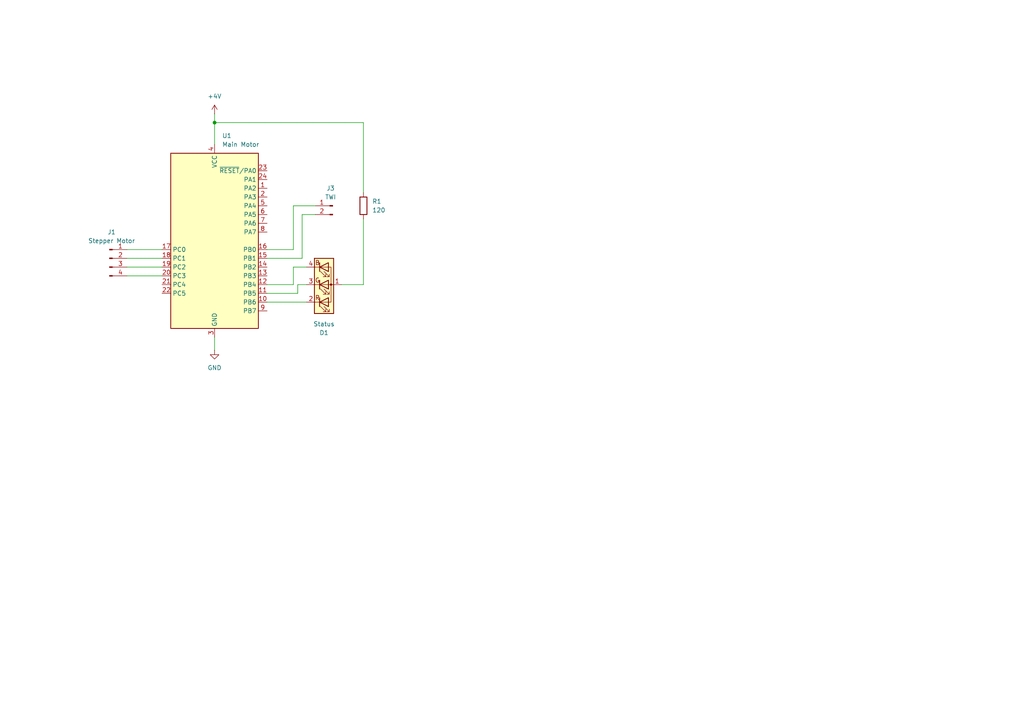
<source format=kicad_sch>
(kicad_sch (version 20231120) (generator "eeschema") (generator_version "8.0")
  (paper "A4")
  (lib_symbols
    (symbol "Connector:Conn_01x02_Pin" (pin_names (offset 1.016) hide)
      (property "Reference" "J" (at 0 2.54 0))
      (property "Value" "Conn_01x02_Pin" (at 0 -5.08 0))
      (symbol "Conn_01x02_Pin_1_1"
        (polyline (pts (xy 1.27 -2.54) (xy 0.8636 -2.54)) (stroke (width 0.1524)))
        (polyline (pts (xy 1.27 0) (xy 0.8636 0)) (stroke (width 0.1524)))
        (rectangle (start 0.8636 -2.413) (end 0 -2.667) (stroke (width 0.1524)) (fill (type outline)))
        (rectangle (start 0.8636 0.127) (end 0 -0.127) (stroke (width 0.1524)) (fill (type outline)))
        (pin passive line (at 5.08 0 180) (length 3.81) (name "Pin_1") (number "1"))
        (pin passive line (at 5.08 -2.54 180) (length 3.81) (name "Pin_2") (number "2"))
      )
    )
    (symbol "Connector:Conn_01x04_Pin" (pin_names (offset 1.016) hide)
      (property "Reference" "J" (at 0 5.08 0))
      (property "Value" "Conn_01x04_Pin" (at 0 -7.62 0))
      (symbol "Conn_01x04_Pin_1_1"
        (polyline (pts (xy 1.27 -5.08) (xy 0.8636 -5.08)) (stroke (width 0.1524)))
        (polyline (pts (xy 1.27 -2.54) (xy 0.8636 -2.54)) (stroke (width 0.1524)))
        (polyline (pts (xy 1.27 0) (xy 0.8636 0)) (stroke (width 0.1524)))
        (polyline (pts (xy 1.27 2.54) (xy 0.8636 2.54)) (stroke (width 0.1524)))
        (rectangle (start 0.8636 -4.953) (end 0 -5.207) (stroke (width 0.1524)) (fill (type outline)))
        (rectangle (start 0.8636 -2.413) (end 0 -2.667) (stroke (width 0.1524)) (fill (type outline)))
        (rectangle (start 0.8636 0.127) (end 0 -0.127) (stroke (width 0.1524)) (fill (type outline)))
        (rectangle (start 0.8636 2.667) (end 0 2.413) (stroke (width 0.1524)) (fill (type outline)))
        (pin passive line (at 5.08 2.54 180) (length 3.81) (name "Pin_1") (number "1"))
        (pin passive line (at 5.08 0 180) (length 3.81) (name "Pin_2") (number "2"))
        (pin passive line (at 5.08 -2.54 180) (length 3.81) (name "Pin_3") (number "3"))
        (pin passive line (at 5.08 -5.08 180) (length 3.81) (name "Pin_4") (number "4"))
      )
    )
    (symbol "Device:LED_ARGB" (pin_names (offset 0) hide)
      (property "Reference" "D" (at 0 9.398 0))
      (property "Value" "LED_ARGB" (at 0 -8.89 0))
      (symbol "LED_ARGB_0_0"
        (text "B" (at -1.905 -6.35 0) (effects (font (size 1.27 1.27))))
        (text "G" (at -1.905 -1.27 0) (effects (font (size 1.27 1.27))))
        (text "R" (at -1.905 3.81 0) (effects (font (size 1.27 1.27))))
      )
      (symbol "LED_ARGB_0_1"
        (polyline (pts (xy -1.27 -5.08) (xy -2.54 -5.08)))
        (polyline (pts (xy -1.27 -5.08) (xy 1.27 -5.08)))
        (polyline (pts (xy -1.27 -3.81) (xy -1.27 -6.35)) (stroke (width 0.254)))
        (polyline (pts (xy -1.27 0) (xy -2.54 0)))
        (polyline (pts (xy -1.27 1.27) (xy -1.27 -1.27)) (stroke (width 0.254)))
        (polyline (pts (xy -1.27 5.08) (xy -2.54 5.08)))
        (polyline (pts (xy -1.27 5.08) (xy 1.27 5.08)))
        (polyline (pts (xy -1.27 6.35) (xy -1.27 3.81)) (stroke (width 0.254)))
        (polyline (pts (xy 1.27 0) (xy -1.27 0)))
        (polyline (pts (xy 1.27 0) (xy 2.54 0)))
        (polyline (pts (xy -1.27 1.27) (xy -1.27 -1.27) (xy -1.27 -1.27)))
        (polyline (pts (xy -1.27 6.35) (xy -1.27 3.81) (xy -1.27 3.81)))
        (polyline (pts (xy 1.27 -5.08) (xy 2.032 -5.08) (xy 2.032 5.08) (xy 1.27 5.08)))
        (polyline (pts (xy 1.27 -3.81) (xy 1.27 -6.35) (xy -1.27 -5.08) (xy 1.27 -3.81)) (stroke (width 0.254)))
        (polyline (pts (xy 1.27 1.27) (xy 1.27 -1.27) (xy -1.27 0) (xy 1.27 1.27)) (stroke (width 0.254)))
        (polyline (pts (xy 1.27 6.35) (xy 1.27 3.81) (xy -1.27 5.08) (xy 1.27 6.35)) (stroke (width 0.254)))
        (polyline (pts (xy -1.016 -3.81) (xy 0.508 -2.286) (xy -0.254 -2.286) (xy 0.508 -2.286) (xy 0.508 -3.048)))
        (polyline (pts (xy -1.016 1.27) (xy 0.508 2.794) (xy -0.254 2.794) (xy 0.508 2.794) (xy 0.508 2.032)))
        (polyline (pts (xy -1.016 6.35) (xy 0.508 7.874) (xy -0.254 7.874) (xy 0.508 7.874) (xy 0.508 7.112)))
        (polyline (pts (xy 0 -3.81) (xy 1.524 -2.286) (xy 0.762 -2.286) (xy 1.524 -2.286) (xy 1.524 -3.048)))
        (polyline (pts (xy 0 1.27) (xy 1.524 2.794) (xy 0.762 2.794) (xy 1.524 2.794) (xy 1.524 2.032)))
        (polyline (pts (xy 0 6.35) (xy 1.524 7.874) (xy 0.762 7.874) (xy 1.524 7.874) (xy 1.524 7.112)))
        (rectangle (start 1.27 -1.27) (end 1.27 1.27))
        (rectangle (start 1.27 1.27) (end 1.27 1.27))
        (rectangle (start 1.27 3.81) (end 1.27 6.35))
        (rectangle (start 1.27 6.35) (end 1.27 6.35))
        (circle (center 2.032 0) (radius 0.254) (fill (type outline)))
        (rectangle (start 2.794 8.382) (end -2.794 -7.62) (stroke (width 0.254)) (fill (type background)))
      )
      (symbol "LED_ARGB_1_1"
        (pin passive line (at 5.08 0 180) (length 2.54) (name "A") (number "1"))
        (pin passive line (at -5.08 5.08 0) (length 2.54) (name "RK") (number "2"))
        (pin passive line (at -5.08 0 0) (length 2.54) (name "GK") (number "3"))
        (pin passive line (at -5.08 -5.08 0) (length 2.54) (name "BK") (number "4"))
      )
    )
    (symbol "Device:R" (pin_numbers hide) (pin_names (offset 0))
      (property "Reference" "R" (at 2.032 0 90))
      (property "Value" "R" (at 0 0 90))
      (symbol "R_0_1"
        (rectangle (start -1.016 -2.54) (end 1.016 2.54) (stroke (width 0.254)))
      )
      (symbol "R_1_1"
        (pin passive line (at 0 3.81 270) (length 1.27) (name "~") (number "1"))
        (pin passive line (at 0 -3.81 90) (length 1.27) (name "~") (number "2"))
      )
    )
    (symbol "MCU_Microchip_ATtiny:ATtiny1627-M"
      (property "Reference" "U" (at -12.7 26.67 0))
      (property "Value" "ATtiny1627-M" (at 2.54 -26.67 0))
      (symbol "ATtiny1627-M_0_1"
        (rectangle (start -12.7 -25.4) (end 12.7 25.4) (stroke (width 0.254)) (fill (type background)))
      )
      (symbol "ATtiny1627-M_1_1"
        (pin bidirectional line (at 15.24 15.24 180) (length 2.54) (name "PA2") (number "1"))
        (pin bidirectional line (at 15.24 -17.78 180) (length 2.54) (name "PB6") (number "10"))
        (pin bidirectional line (at 15.24 -15.24 180) (length 2.54) (name "PB5") (number "11"))
        (pin bidirectional line (at 15.24 -12.7 180) (length 2.54) (name "PB4") (number "12"))
        (pin bidirectional line (at 15.24 -10.16 180) (length 2.54) (name "PB3") (number "13"))
        (pin bidirectional line (at 15.24 -7.62 180) (length 2.54) (name "PB2") (number "14"))
        (pin bidirectional line (at 15.24 -5.08 180) (length 2.54) (name "PB1") (number "15"))
        (pin bidirectional line (at 15.24 -2.54 180) (length 2.54) (name "PB0") (number "16"))
        (pin bidirectional line (at -15.24 -2.54 0) (length 2.54) (name "PC0") (number "17"))
        (pin bidirectional line (at -15.24 -5.08 0) (length 2.54) (name "PC1") (number "18"))
        (pin bidirectional line (at -15.24 -7.62 0) (length 2.54) (name "PC2") (number "19"))
        (pin bidirectional line (at 15.24 12.7 180) (length 2.54) (name "PA3") (number "2"))
        (pin bidirectional line (at -15.24 -10.16 0) (length 2.54) (name "PC3") (number "20"))
        (pin bidirectional line (at -15.24 -12.7 0) (length 2.54) (name "PC4") (number "21"))
        (pin bidirectional line (at -15.24 -15.24 0) (length 2.54) (name "PC5") (number "22"))
        (pin bidirectional line (at 15.24 20.32 180) (length 2.54) (name "~{RESET}/PA0") (number "23"))
        (pin bidirectional line (at 15.24 17.78 180) (length 2.54) (name "PA1") (number "24"))
        (pin passive line (at 0 -27.94 90) (length 2.54) hide (name "GND") (number "25"))
        (pin power_in line (at 0 -27.94 90) (length 2.54) (name "GND") (number "3"))
        (pin power_in line (at 0 27.94 270) (length 2.54) (name "VCC") (number "4"))
        (pin bidirectional line (at 15.24 10.16 180) (length 2.54) (name "PA4") (number "5"))
        (pin bidirectional line (at 15.24 7.62 180) (length 2.54) (name "PA5") (number "6"))
        (pin bidirectional line (at 15.24 5.08 180) (length 2.54) (name "PA6") (number "7"))
        (pin bidirectional line (at 15.24 2.54 180) (length 2.54) (name "PA7") (number "8"))
        (pin bidirectional line (at 15.24 -20.32 180) (length 2.54) (name "PB7") (number "9"))
      )
    )
    (symbol "power:+4V" (power) (pin_numbers hide) (pin_names (offset 0) hide)
      (property "Value" "+4V" (at 0 3.556 0))
      (symbol "+4V_0_1"
        (polyline (pts (xy -0.762 1.27) (xy 0 2.54)))
        (polyline (pts (xy 0 0) (xy 0 2.54)))
        (polyline (pts (xy 0 2.54) (xy 0.762 1.27)))
      )
      (symbol "+4V_1_1"
        (pin power_in line (at 0 0 90) (length 0) (name "~") (number "1"))
      )
    )
    (symbol "power:GND" (power) (pin_numbers hide) (pin_names (offset 0) hide)
      (property "Value" "GND" (at 0 -3.81 0))
      (symbol "GND_0_1"
        (polyline (pts (xy 0 0) (xy 0 -1.27) (xy 1.27 -1.27) (xy 0 -2.54) (xy -1.27 -1.27) (xy 0 -1.27)))
      )
      (symbol "GND_1_1"
        (pin power_in line (at 0 0 270) (length 0) (name "~") (number "1"))
      )
    )
  )
  (junction (at 62.23 35.56))
  (wire (pts (xy 85.09 59.69) (xy 91.44 59.69)))
  (wire (pts (xy 87.63 74.93) (xy 87.63 62.23)))
  (wire (pts (xy 77.47 87.63) (xy 88.9 87.63)))
  (wire (pts (xy 62.23 35.56) (xy 62.23 41.91)))
  (wire (pts (xy 77.47 72.39) (xy 85.09 72.39)))
  (wire (pts (xy 62.23 97.79) (xy 62.23 101.6)))
  (wire (pts (xy 77.47 85.09) (xy 86.36 85.09)))
  (wire (pts (xy 86.36 85.09) (xy 86.36 82.55)))
  (wire (pts (xy 86.36 82.55) (xy 88.9 82.55)))
  (wire (pts (xy 36.83 77.47) (xy 46.99 77.47)))
  (wire (pts (xy 36.83 72.39) (xy 46.99 72.39)))
  (wire (pts (xy 85.09 77.47) (xy 88.9 77.47)))
  (wire (pts (xy 99.06 82.55) (xy 105.41 82.55)))
  (wire (pts (xy 62.23 33.02) (xy 62.23 35.56)))
  (wire (pts (xy 36.83 80.01) (xy 46.99 80.01)))
  (wire (pts (xy 105.41 55.88) (xy 105.41 35.56)))
  (wire (pts (xy 85.09 72.39) (xy 85.09 59.69)))
  (wire (pts (xy 36.83 74.93) (xy 46.99 74.93)))
  (wire (pts (xy 87.63 62.23) (xy 91.44 62.23)))
  (wire (pts (xy 105.41 82.55) (xy 105.41 63.5)))
  (wire (pts (xy 62.23 35.56) (xy 105.41 35.56)))
  (wire (pts (xy 77.47 82.55) (xy 85.09 82.55)))
  (wire (pts (xy 77.47 74.93) (xy 87.63 74.93)))
  (wire (pts (xy 85.09 82.55) (xy 85.09 77.47)))
  (symbol (lib_id "power:GND") (at 62.23 101.6 0) (unit 1)
    (property "Reference" "#PWR02" (effects (hide yes)))
    (property "Value" "GND" (at 62.23 106.68 0))
    (property "Description" "Power symbol creates a global label with name \"GND\" , ground" (effects (hide yes)))
  )
  (symbol (lib_id "Device:LED_ARGB") (at 93.98 82.55 0) (mirror x) (unit 1)
    (property "Reference" "D1" (at 93.98 96.52 0))
    (property "Value" "Status" (at 93.98 93.98 0))
    (property "Description" "RGB LED, anode/red/green/blue" (effects (hide yes)))
  )
  (symbol (lib_id "Device:R") (at 105.41 59.69 0) (unit 1)
    (property "Reference" "R1" (at 107.95 58.4199 0) (effects (justify left)))
    (property "Value" "120" (at 107.95 60.9599 0) (effects (justify left)))
    (property "Description" "Resistor" (effects (hide yes)))
  )
  (symbol (lib_id "Connector:Conn_01x04_Pin") (at 31.75 74.93 0) (unit 1)
    (property "Reference" "J1" (at 32.385 67.31 0))
    (property "Value" "Stepper Motor" (at 32.385 69.85 0))
    (property "Description" "Generic connector, single row, 01x04, script generated" (effects (hide yes)))
  )
  (symbol (lib_id "power:+4V") (at 62.23 33.02 0) (unit 1)
    (property "Reference" "#PWR01" (effects (hide yes)))
    (property "Value" "+4V" (at 62.23 27.94 0))
    (property "Description" "Power symbol creates a global label with name \"+4V\"" (effects (hide yes)))
  )
  (symbol (lib_id "Connector:Conn_01x02_Pin") (at 96.52 59.69 0) (mirror y) (unit 1)
    (property "Reference" "J3" (at 95.885 54.61 0))
    (property "Value" "TWI" (at 95.885 57.15 0))
    (property "Description" "Generic connector, single row, 01x02, script generated" (effects (hide yes)))
  )
  (symbol (lib_id "MCU_Microchip_ATtiny:ATtiny1627-M") (at 62.23 69.85 0) (unit 1)
    (property "Reference" "U1" (at 64.4241 39.37 0) (effects (justify left)))
    (property "Value" "Main Motor" (at 64.4241 41.91 0) (effects (justify left)))
    (property "Footprint" "Package_DFN_QFN:QFN-24-1EP_4x4mm_P0.5mm_EP2.6x2.6mm" (effects (hide yes)))
    (property "Datasheet" "https://ww1.microchip.com/downloads/en/DeviceDoc/ATtiny1624-26-27-DataSheet-DS40002234A.pdf" (effects (hide yes)))
    (property "Description" "20MHz, 16kB Flash, 2kB SRAM, 256B EEPROM, VQFN-24" (effects (hide yes)))
  )
)
</source>
